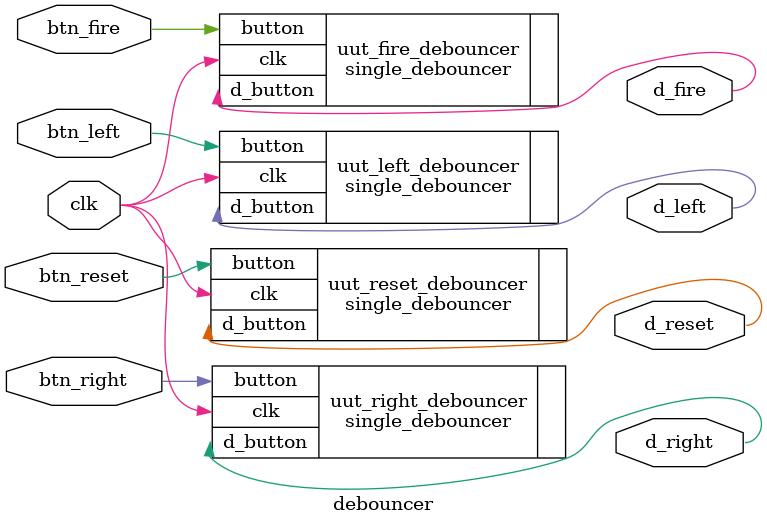
<source format=v>
`timescale 1ns / 1ps
module debouncer(
	 input clk,
    input btn_left,
    input btn_right,
    input btn_fire,
    input btn_reset,
	 output d_left,
	 output d_right,
	 output d_fire,
	 output d_reset
    );
	 
	 single_debouncer uut_left_debouncer(
		 .clk(clk),
		 .button(btn_left),
		 .d_button(d_left)
    );
	 
	 single_debouncer uut_right_debouncer(
		 .clk(clk),
		 .button(btn_right),
		 .d_button(d_right)
    );
	 
	 single_debouncer uut_reset_debouncer(
		 .clk(clk),
		 .button(btn_reset),
		 .d_button(d_reset)
    );
	 
	 single_debouncer uut_fire_debouncer(
		 .clk(clk),
		 .button(btn_fire),
		 .d_button(d_fire)
    );
	 

endmodule

</source>
